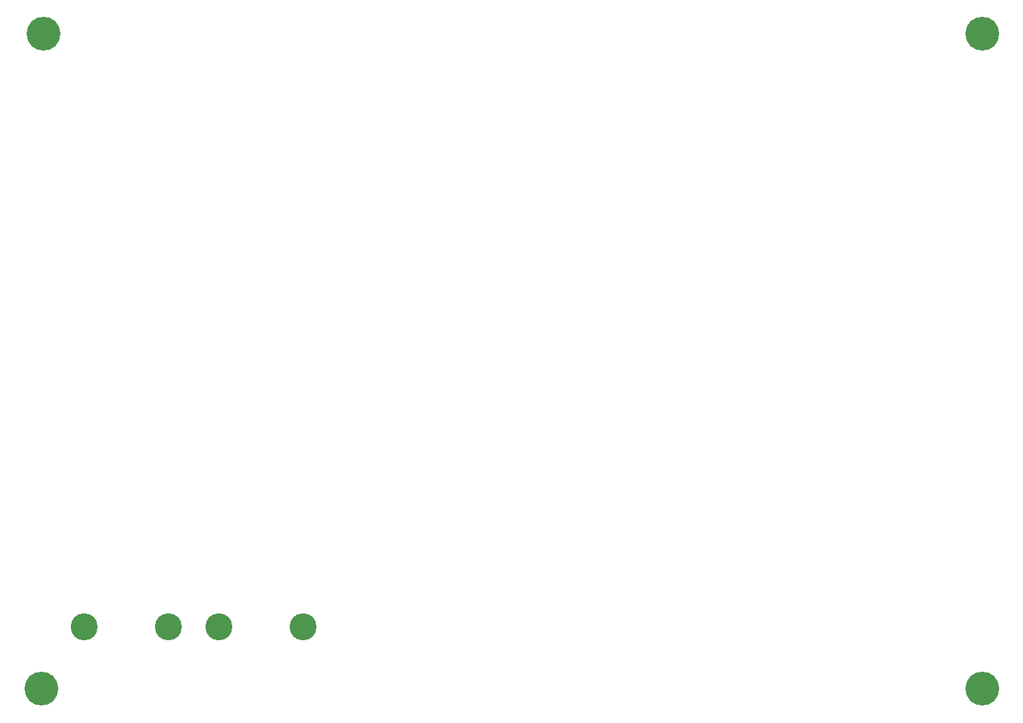
<source format=gbr>
%TF.GenerationSoftware,Altium Limited,Altium Designer,19.1.8 (144)*%
G04 Layer_Color=0*
%FSLAX26Y26*%
%MOIN*%
%TF.FileFunction,NonPlated,1,2,NPTH,Drill*%
%TF.Part,Single*%
G01*
G75*
%TA.AperFunction,ComponentDrill*%
%ADD58C,0.127953*%
%TA.AperFunction,OtherDrill,Pad Free-2 (4620mil,3240mil)*%
%ADD59C,0.160000*%
%TA.AperFunction,OtherDrill,Pad Free-2 (4620mil,130mil)*%
%ADD60C,0.160000*%
%TA.AperFunction,OtherDrill,Pad Free-2 (150mil,130mil)*%
%ADD61C,0.160000*%
%TA.AperFunction,OtherDrill,Pad Free-2 (160mil,3240mil)*%
%ADD62C,0.160000*%
D58*
X753583Y426417D02*
D03*
X353583D02*
D03*
X1393583D02*
D03*
X993583D02*
D03*
D59*
X4620000Y3240000D02*
D03*
D60*
Y130000D02*
D03*
D61*
X150000D02*
D03*
D62*
X160000Y3240000D02*
D03*
%TF.MD5,ed61900fa0e4edfe961607445371108a*%
M02*

</source>
